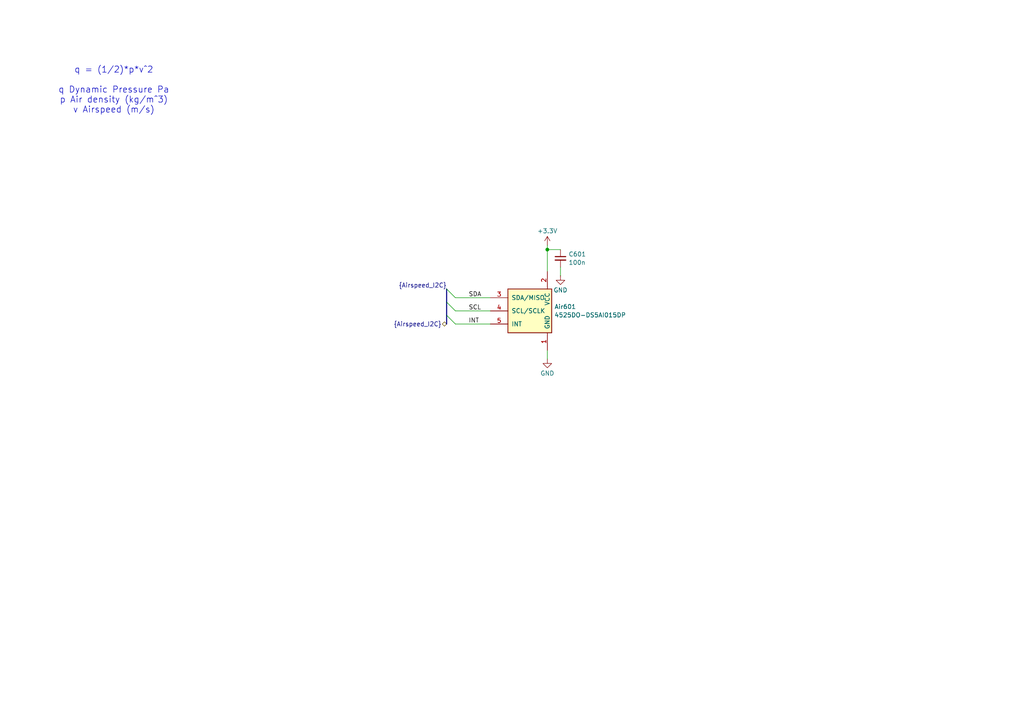
<source format=kicad_sch>
(kicad_sch (version 20231120) (generator "eeschema") (generator_version "8.0")
  (paper "A4")
  (lib_symbols
    (symbol "Device:C_Small" (pin_numbers hide) (pin_names (offset 0.254) hide)
      (property "Reference" "C" (at 0.254 1.778 0))
      (property "Value" "C_Small" (at 0.254 -2.032 0))
      (symbol "C_Small_0_1"
        (polyline (pts (xy -1.524 -0.508) (xy 1.524 -0.508)) (stroke (width 0.3302)))
        (polyline (pts (xy -1.524 0.508) (xy 1.524 0.508)) (stroke (width 0.3048)))
      )
      (symbol "C_Small_1_1"
        (pin passive line (at 0 2.54 270) (length 2.032) (name "~") (number "1"))
        (pin passive line (at 0 -2.54 90) (length 2.032) (name "~") (number "2"))
      )
    )
    (symbol "DynamicSoaring:4525DO-DS5AI015DP" (pin_names (offset 1.016))
      (property "Reference" "Air" (at -15.24 6.35 0))
      (property "Value" "4525DO-DS5AI015DP" (at -4.826 4.318 0))
      (symbol "4525DO-DS5AI015DP_1_0"
        (pin passive line (at 11.43 -17.78 90) (length 5.08) (name "GND") (number "1"))
        (pin power_in line (at 11.43 5.08 270) (length 5.08) (name "VCC") (number "2"))
        (pin passive line (at -5.08 -2.54 0) (length 5.08) (name "SDA/MISO") (number "3"))
        (pin passive line (at -5.08 -6.35 0) (length 5.08) (name "SCL/SCLK") (number "4"))
        (pin passive line (at -5.08 -10.16 0) (length 5.08) (name "INT") (number "5"))
        (pin no_connect line (at 6.35 -12.7 90) (length 5.08) hide (name "NC1") (number "6"))
        (pin no_connect line (at 6.35 -12.7 90) (length 5.08) hide (name "NC2") (number "7"))
        (pin no_connect line (at 6.35 -12.7 90) (length 5.08) hide (name "NC3") (number "8"))
      )
      (symbol "4525DO-DS5AI015DP_1_1"
        (rectangle (start 0 0) (end 12.7 -12.7) (stroke (width 0.254)) (fill (type background)))
      )
    )
    (symbol "power:+3.3V" (power) (pin_numbers hide) (pin_names (offset 0) hide)
      (property "Value" "+3.3V" (at 0 3.556 0))
      (symbol "+3.3V_0_1"
        (polyline (pts (xy -0.762 1.27) (xy 0 2.54)))
        (polyline (pts (xy 0 0) (xy 0 2.54)))
        (polyline (pts (xy 0 2.54) (xy 0.762 1.27)))
      )
      (symbol "+3.3V_1_1"
        (pin power_in line (at 0 0 90) (length 0) (name "~") (number "1"))
      )
    )
    (symbol "power:GND" (power) (pin_numbers hide) (pin_names (offset 0) hide)
      (property "Value" "GND" (at 0 -3.81 0))
      (symbol "GND_0_1"
        (polyline (pts (xy 0 0) (xy 0 -1.27) (xy 1.27 -1.27) (xy 0 -2.54) (xy -1.27 -1.27) (xy 0 -1.27)))
      )
      (symbol "GND_1_1"
        (pin power_in line (at 0 0 270) (length 0) (name "~") (number "1"))
      )
    )
  )
  (bus_alias "Airspeed_I2C" (members "SDA" "SCL" "INT"))
  (junction (at 158.75 72.39))
  (bus_entry (at 129.54 87.63) (size 2.54 2.54))
  (bus_entry (at 129.54 83.82) (size 2.54 2.54))
  (bus_entry (at 129.54 91.44) (size 2.54 2.54))
  (wire (pts (xy 162.56 77.47) (xy 162.56 80.01)))
  (wire (pts (xy 158.75 71.12) (xy 158.75 72.39)))
  (wire (pts (xy 158.75 101.6) (xy 158.75 104.14)))
  (bus (pts (xy 129.54 87.63) (xy 129.54 91.44)))
  (wire (pts (xy 158.75 72.39) (xy 158.75 78.74)))
  (wire (pts (xy 132.08 86.36) (xy 142.24 86.36)))
  (wire (pts (xy 132.08 90.17) (xy 142.24 90.17)))
  (bus (pts (xy 129.54 83.82) (xy 129.54 87.63)))
  (wire (pts (xy 158.75 72.39) (xy 162.56 72.39)))
  (bus (pts (xy 129.54 91.44) (xy 129.54 93.98)))
  (wire (pts (xy 132.08 93.98) (xy 142.24 93.98)))
  (text "q = (1/2)*p*v^2\n\nq Dynamic Pressure Pa\np Air density (kg/m^3)\nv Airspeed (m/s)" (at 33.02 26.162 0) (effects (font (size 1.8 1.8))))
  (label "{Airspeed_I2C}" (at 129.54 83.82 180))
  (label "SDA" (at 135.89 86.36 0))
  (label "INT" (at 135.89 93.98 0))
  (label "SCL" (at 135.89 90.17 0))
  (hierarchical_label "{Airspeed_I2C}" (shape bidirectional) (at 129.54 93.98 180))
  (symbol (lib_id "power:+3.3V") (at 158.75 71.12 0) (unit 1)
    (property "Reference" "#PWR0601" (effects (hide yes)))
    (property "Value" "+3.3V" (at 158.75 66.9869 0))
    (property "Description" "Power symbol creates a global label with name \"+3.3V\"" (effects (hide yes)))
  )
  (symbol (lib_id "power:GND") (at 158.75 104.14 0) (unit 1)
    (property "Reference" "#PWR0603" (effects (hide yes)))
    (property "Value" "GND" (at 158.75 108.2731 0))
    (property "Description" "Power symbol creates a global label with name \"GND\" , ground" (effects (hide yes)))
  )
  (symbol (lib_id "DynamicSoaring:4525DO-DS5AI015DP") (at 147.32 83.82 0) (unit 1)
    (property "Reference" "Air601" (at 160.782 88.9578 0) (effects (justify left)))
    (property "Value" "4525DO-DS5AI015DP" (at 160.782 91.3821 0) (effects (justify left)))
    (property "Footprint" "DynamicSoaring:4525DO-DS5AI015DP" (effects (hide yes)))
    (property "Datasheet" "https://www.mouser.ch/ProductDetail/Measurement-Specialties/4525DO-DS5AI015DP?qs=ZSTLft15nNDoPM5rENMz5Q%3D%3D" (effects (hide yes)))
    (property "Description" "Airspeed Sensor" (effects (hide yes)))
  )
  (symbol (lib_id "power:GND") (at 162.56 80.01 0) (unit 1)
    (property "Reference" "#PWR0602" (effects (hide yes)))
    (property "Value" "GND" (at 162.56 84.1431 0))
    (property "Description" "Power symbol creates a global label with name \"GND\" , ground" (effects (hide yes)))
  )
  (symbol (lib_id "Device:C_Small") (at 162.56 74.93 0) (unit 1)
    (property "Reference" "C601" (at 164.8841 73.7241 0) (effects (justify left)))
    (property "Value" "100n" (at 164.8841 76.1484 0) (effects (justify left)))
    (property "Footprint" "Capacitor_SMD:C_0805_2012Metric_Pad1.18x1.45mm_HandSolder" (effects (hide yes)))
    (property "Description" "Unpolarized capacitor, small symbol" (effects (hide yes)))
  )
)
</source>
